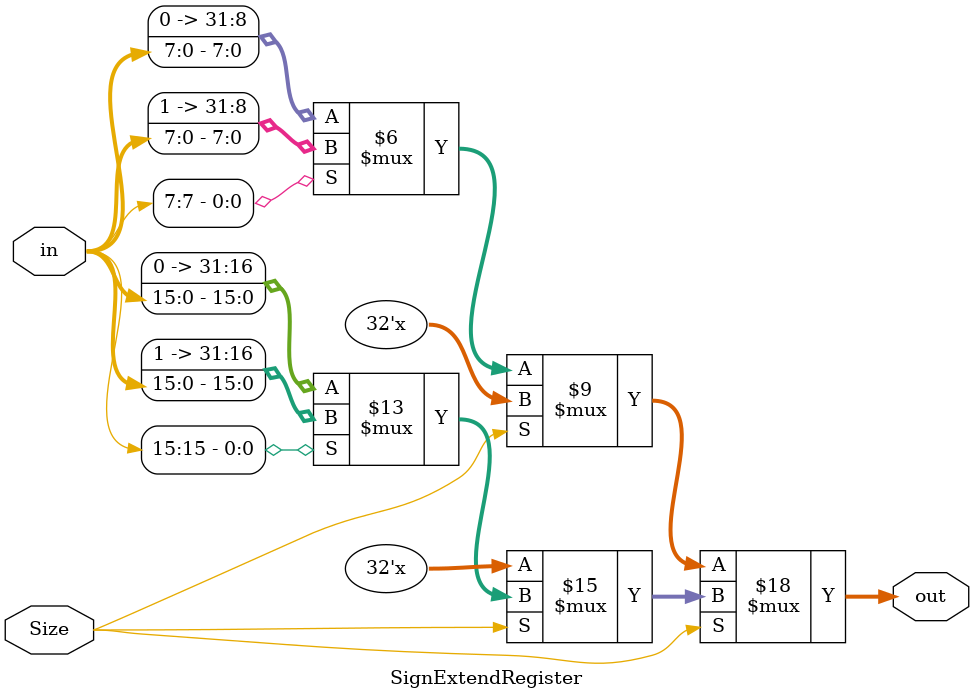
<source format=v>
`timescale 1ns / 1ps
module SignExtendRegister(in, out, Size);

    /* A 16-Bit input word */
    input [31:0] in;
    input Size;
    
    /* A 32-Bit output word */
    output[31:0] out;
    
    reg [31:0] out;
    
    always@(in, Size) begin
        if(Size == 1) begin
            if (in[15] == 0)
                out = {16'b0, in[15:0]};
            else
                out = {32'd65535, in[15:0]};
        end
        else begin
            if (in[7] == 0)
                out = {24'b0, in[7:0]};
            else
                out = {32'd16777215, in[7:0]};
        end
    end

endmodule

</source>
